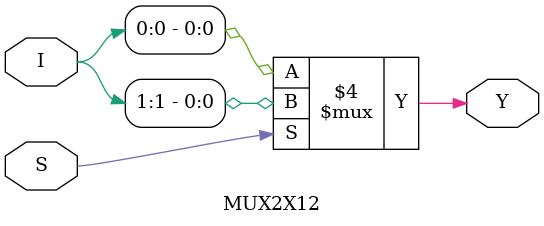
<source format=v>
`timescale 1ns / 1ps


// STRUCTURAL MODELLING
module	MUX2X1S(I,S,Y);
input	[1:0]I;
input	S;
output	Y;
wire	S0,W0,W1;
not	G1	(S0,S);
and	G2  (W0,I[0],S0);
and	G3  (W1,I[1],S);
or	G4  (Y,W0,W1);
endmodule





// DATAFLOW MODELLING
module MUX2X11(I,S,Y);
output Y;
input [1:0]I;
input S;

    assign Y = S?I[1]:I[0];
    
endmodule


// BEHAVIOURAL MODELLING
module MUX2X12(I,S,Y);
input [1:0]I;
input S;
output reg Y;
    always @(I,S)
     begin
        if(S==0)
        Y<=I[0];
     else  
     Y<=I[1];
    end 
    endmodule

  
  
      
</source>
